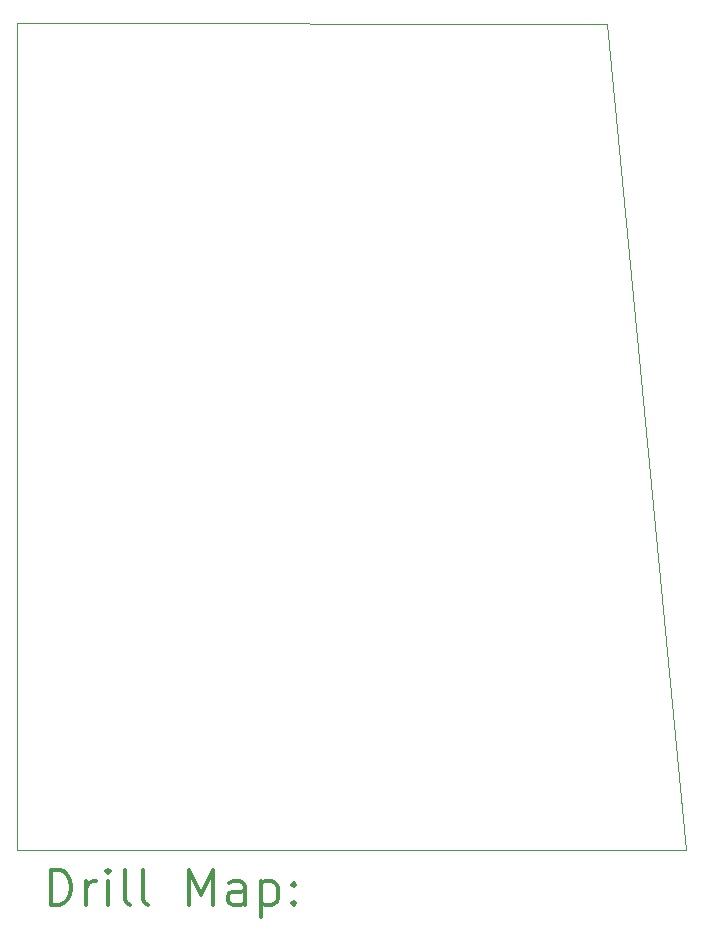
<source format=gbr>
%FSLAX45Y45*%
G04 Gerber Fmt 4.5, Leading zero omitted, Abs format (unit mm)*
G04 Created by KiCad (PCBNEW (5.1.5)-3) date 2022-06-14 21:30:14*
%MOMM*%
%LPD*%
G04 APERTURE LIST*
%TA.AperFunction,Profile*%
%ADD10C,0.050000*%
%TD*%
%ADD11C,0.200000*%
%ADD12C,0.300000*%
G04 APERTURE END LIST*
D10*
X19723100Y-13426200D02*
X19050000Y-6432550D01*
X14058900Y-13426200D02*
X14058900Y-6426200D01*
X19723100Y-13426200D02*
X14058900Y-13426200D01*
X14058900Y-6426200D02*
X19050000Y-6432550D01*
D11*
D12*
X14342828Y-13894414D02*
X14342828Y-13594414D01*
X14414257Y-13594414D01*
X14457114Y-13608700D01*
X14485686Y-13637271D01*
X14499971Y-13665843D01*
X14514257Y-13722986D01*
X14514257Y-13765843D01*
X14499971Y-13822986D01*
X14485686Y-13851557D01*
X14457114Y-13880129D01*
X14414257Y-13894414D01*
X14342828Y-13894414D01*
X14642828Y-13894414D02*
X14642828Y-13694414D01*
X14642828Y-13751557D02*
X14657114Y-13722986D01*
X14671400Y-13708700D01*
X14699971Y-13694414D01*
X14728543Y-13694414D01*
X14828543Y-13894414D02*
X14828543Y-13694414D01*
X14828543Y-13594414D02*
X14814257Y-13608700D01*
X14828543Y-13622986D01*
X14842828Y-13608700D01*
X14828543Y-13594414D01*
X14828543Y-13622986D01*
X15014257Y-13894414D02*
X14985686Y-13880129D01*
X14971400Y-13851557D01*
X14971400Y-13594414D01*
X15171400Y-13894414D02*
X15142828Y-13880129D01*
X15128543Y-13851557D01*
X15128543Y-13594414D01*
X15514257Y-13894414D02*
X15514257Y-13594414D01*
X15614257Y-13808700D01*
X15714257Y-13594414D01*
X15714257Y-13894414D01*
X15985686Y-13894414D02*
X15985686Y-13737271D01*
X15971400Y-13708700D01*
X15942828Y-13694414D01*
X15885686Y-13694414D01*
X15857114Y-13708700D01*
X15985686Y-13880129D02*
X15957114Y-13894414D01*
X15885686Y-13894414D01*
X15857114Y-13880129D01*
X15842828Y-13851557D01*
X15842828Y-13822986D01*
X15857114Y-13794414D01*
X15885686Y-13780129D01*
X15957114Y-13780129D01*
X15985686Y-13765843D01*
X16128543Y-13694414D02*
X16128543Y-13994414D01*
X16128543Y-13708700D02*
X16157114Y-13694414D01*
X16214257Y-13694414D01*
X16242828Y-13708700D01*
X16257114Y-13722986D01*
X16271400Y-13751557D01*
X16271400Y-13837271D01*
X16257114Y-13865843D01*
X16242828Y-13880129D01*
X16214257Y-13894414D01*
X16157114Y-13894414D01*
X16128543Y-13880129D01*
X16399971Y-13865843D02*
X16414257Y-13880129D01*
X16399971Y-13894414D01*
X16385686Y-13880129D01*
X16399971Y-13865843D01*
X16399971Y-13894414D01*
X16399971Y-13708700D02*
X16414257Y-13722986D01*
X16399971Y-13737271D01*
X16385686Y-13722986D01*
X16399971Y-13708700D01*
X16399971Y-13737271D01*
M02*

</source>
